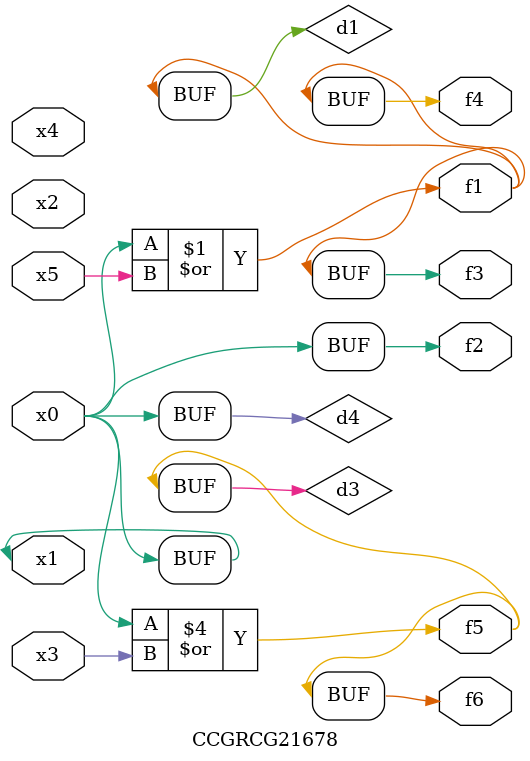
<source format=v>
module CCGRCG21678(
	input x0, x1, x2, x3, x4, x5,
	output f1, f2, f3, f4, f5, f6
);

	wire d1, d2, d3, d4;

	or (d1, x0, x5);
	xnor (d2, x1, x4);
	or (d3, x0, x3);
	buf (d4, x0, x1);
	assign f1 = d1;
	assign f2 = d4;
	assign f3 = d1;
	assign f4 = d1;
	assign f5 = d3;
	assign f6 = d3;
endmodule

</source>
